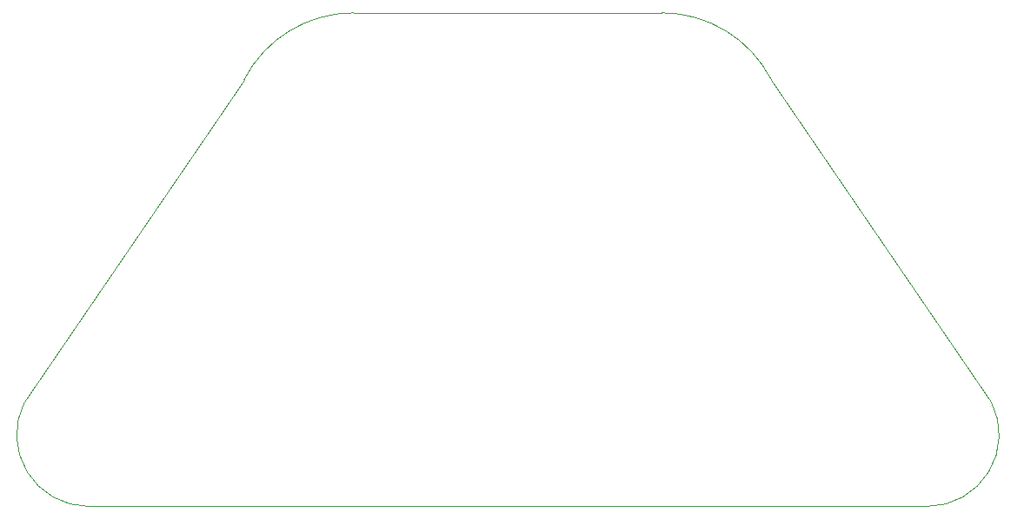
<source format=gbr>
%TF.GenerationSoftware,KiCad,Pcbnew,8.0.3*%
%TF.CreationDate,2024-06-11T08:41:57-04:00*%
%TF.ProjectId,maynuo_18650_adapter,6d61796e-756f-45f3-9138-3635305f6164,rev?*%
%TF.SameCoordinates,PX529cae8PY4aa0010*%
%TF.FileFunction,Profile,NP*%
%FSLAX46Y46*%
G04 Gerber Fmt 4.6, Leading zero omitted, Abs format (unit mm)*
G04 Created by KiCad (PCBNEW 8.0.3) date 2024-06-11 08:41:57*
%MOMM*%
%LPD*%
G01*
G04 APERTURE LIST*
%TA.AperFunction,Profile*%
%ADD10C,0.050000*%
%TD*%
G04 APERTURE END LIST*
D10*
X74542740Y-7504610D02*
X95972849Y-38944356D01*
X8050001Y-49150000D02*
X89750000Y-49150000D01*
X23207260Y-7504610D02*
X1827151Y-38944356D01*
X63875000Y-1000001D02*
G75*
G02*
X74542740Y-7504610I0J-11999999D01*
G01*
X8050001Y-49150000D02*
G75*
G02*
X1827151Y-38944356I-1J7000000D01*
G01*
X23207260Y-7504610D02*
G75*
G02*
X33875000Y-1000001I10667740J-5495390D01*
G01*
X95972849Y-38944356D02*
G75*
G02*
X89750000Y-49150000I-6222849J-3205644D01*
G01*
X33875000Y-1000000D02*
X63875000Y-1000000D01*
M02*

</source>
